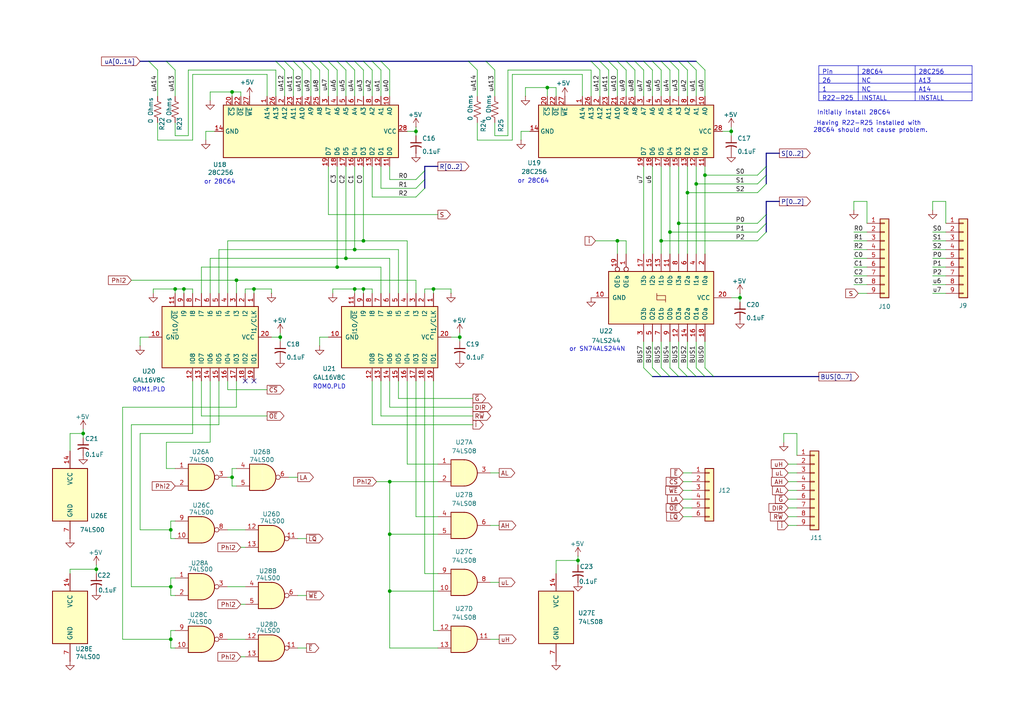
<source format=kicad_sch>
(kicad_sch (version 20250114) (generator "eeschema") (generator_version "9.0")
  (paper "A4")
  (title_block (title "MyCPU") (date "2025-06-23") (company "Sylvain Fortin"))
  (text "Initially install 28C64" (at 247.65 32.766 0) (effects (font (size 1.27 1.27))))
  (text "ROM0.PLD" (at 95.504 112.268 0) (effects (font (size 1.27 1.27))))
  (text "Having R22-R25 installed with \n28C64 should not cause problem." (at 252.476 36.83 0) (effects (font (size 1.27 1.27))))
  (text "ROM1.PLD" (at 43.18 113.1002 0) (effects (font (size 1.27 1.27))))
  (text "or 28C64" (at 63.754 52.832 0) (effects (font (size 1.27 1.27))))
  (text "or 28C64" (at 154.686 52.578 0) (effects (font (size 1.27 1.27))))
  (text "or SN74ALS244N" (at 173.228 101.346 0) (effects (font (size 1.27 1.27))))
  (junction (at 102.87 83.82))
  (junction (at 133.35 97.79))
  (junction (at 73.66 83.82))
  (junction (at 68.58 81.28))
  (junction (at 67.31 26.67))
  (junction (at 167.64 162.56))
  (junction (at 27.94 165.1))
  (junction (at 125.73 83.82))
  (junction (at 214.63 86.36))
  (junction (at 24.13 125.73))
  (junction (at 50.8 83.82))
  (junction (at 49.53 170.18))
  (junction (at 120.65 38.1))
  (junction (at 158.75 25.4))
  (junction (at 53.34 83.82))
  (junction (at 194.31 67.31))
  (junction (at 212.09 38.1))
  (junction (at 191.77 69.85))
  (junction (at 113.03 171.45))
  (junction (at 204.47 50.8))
  (junction (at 179.07 69.85))
  (junction (at 100.33 74.93))
  (junction (at 67.31 138.43))
  (junction (at 105.41 83.82))
  (junction (at 199.39 55.88))
  (junction (at 81.28 97.79))
  (junction (at 97.79 77.47))
  (junction (at 49.53 153.67))
  (junction (at 196.85 64.77))
  (junction (at 105.41 69.85))
  (junction (at 113.03 154.94))
  (junction (at 113.03 139.7))
  (junction (at 102.87 72.39))
  (junction (at 201.93 53.34))
  (junction (at 49.53 185.42))
  (no_connect (at 71.12 110.49))
  (no_connect (at 73.66 110.49))
  (bus_entry (at 204.47 106.68) (size 2.54 2.54))
  (bus_entry (at 48.26 17.78) (size 2.54 2.54))
  (bus_entry (at 140.97 17.78) (size 2.54 2.54))
  (bus_entry (at 173.99 17.78) (size 2.54 2.54))
  (bus_entry (at 186.69 17.78) (size 2.54 2.54))
  (bus_entry (at 196.85 17.78) (size 2.54 2.54))
  (bus_entry (at 219.71 64.77) (size 2.54 -2.54))
  (bus_entry (at 181.61 17.78) (size 2.54 2.54))
  (bus_entry (at 189.23 106.68) (size 2.54 2.54))
  (bus_entry (at 120.65 52.07) (size 2.54 -2.54))
  (bus_entry (at 110.49 17.78) (size 2.54 2.54))
  (bus_entry (at 199.39 106.68) (size 2.54 2.54))
  (bus_entry (at 219.71 53.34) (size 2.54 -2.54))
  (bus_entry (at 97.79 17.78) (size 2.54 2.54))
  (bus_entry (at 43.18 17.78) (size 2.54 2.54))
  (bus_entry (at 219.71 50.8) (size 2.54 -2.54))
  (bus_entry (at 189.23 17.78) (size 2.54 2.54))
  (bus_entry (at 135.89 17.78) (size 2.54 2.54))
  (bus_entry (at 107.95 17.78) (size 2.54 2.54))
  (bus_entry (at 201.93 17.78) (size 2.54 2.54))
  (bus_entry (at 191.77 17.78) (size 2.54 2.54))
  (bus_entry (at 219.71 69.85) (size 2.54 -2.54))
  (bus_entry (at 184.15 17.78) (size 2.54 2.54))
  (bus_entry (at 171.45 17.78) (size 2.54 2.54))
  (bus_entry (at 105.41 17.78) (size 2.54 2.54))
  (bus_entry (at 120.65 54.61) (size 2.54 -2.54))
  (bus_entry (at 201.93 106.68) (size 2.54 2.54))
  (bus_entry (at 82.55 17.78) (size 2.54 2.54))
  (bus_entry (at 176.53 17.78) (size 2.54 2.54))
  (bus_entry (at 186.69 106.68) (size 2.54 2.54))
  (bus_entry (at 87.63 17.78) (size 2.54 2.54))
  (bus_entry (at 120.65 57.15) (size 2.54 -2.54))
  (bus_entry (at 92.71 17.78) (size 2.54 2.54))
  (bus_entry (at 219.71 55.88) (size 2.54 -2.54))
  (bus_entry (at 102.87 17.78) (size 2.54 2.54))
  (bus_entry (at 194.31 106.68) (size 2.54 2.54))
  (bus_entry (at 199.39 17.78) (size 2.54 2.54))
  (bus_entry (at 191.77 106.68) (size 2.54 2.54))
  (bus_entry (at 196.85 106.68) (size 2.54 2.54))
  (bus_entry (at 100.33 17.78) (size 2.54 2.54))
  (bus_entry (at 179.07 17.78) (size 2.54 2.54))
  (bus_entry (at 219.71 67.31) (size 2.54 -2.54))
  (bus_entry (at 194.31 17.78) (size 2.54 2.54))
  (bus_entry (at 95.25 17.78) (size 2.54 2.54))
  (bus_entry (at 90.17 17.78) (size 2.54 2.54))
  (bus_entry (at 85.09 17.78) (size 2.54 2.54))
  (bus_entry (at 80.01 17.78) (size 2.54 2.54))
  (wire (pts (xy 184.15 20.32) (xy 184.15 27.94)))
  (wire (pts (xy 60.96 26.67) (xy 67.31 26.67)))
  (wire (pts (xy 120.65 81.28) (xy 120.65 85.09)))
  (wire (pts (xy 228.6 152.4) (xy 231.14 152.4)))
  (wire (pts (xy 158.75 25.4) (xy 161.29 25.4)))
  (wire (pts (xy 60.96 110.49) (xy 60.96 128.27)))
  (wire (pts (xy 63.5 72.39) (xy 63.5 85.09)))
  (wire (pts (xy 199.39 55.88) (xy 219.71 55.88)))
  (wire (pts (xy 66.04 113.03) (xy 77.47 113.03)))
  (wire (pts (xy 143.51 20.32) (xy 143.51 27.94)))
  (wire (pts (xy 227.33 128.27) (xy 227.33 125.73)))
  (wire (pts (xy 50.8 167.64) (xy 49.53 167.64)))
  (wire (pts (xy 45.72 40.64) (xy 55.88 40.64)))
  (wire (pts (xy 102.87 83.82) (xy 105.41 83.82)))
  (wire (pts (xy 204.47 50.8) (xy 219.71 50.8)))
  (wire (pts (xy 147.32 39.37) (xy 147.32 20.32)))
  (bus (pts (xy 191.77 17.78) (xy 189.23 17.78)))
  (wire (pts (xy 247.65 60.96) (xy 247.65 58.42)))
  (wire (pts (xy 248.92 85.09) (xy 251.46 85.09)))
  (wire (pts (xy 196.85 48.26) (xy 196.85 64.77)))
  (wire (pts (xy 59.69 38.1) (xy 62.23 38.1)))
  (wire (pts (xy 77.47 21.59) (xy 77.47 27.94)))
  (bus (pts (xy 140.97 17.78) (xy 171.45 17.78)))
  (wire (pts (xy 247.65 77.47) (xy 251.46 77.47)))
  (wire (pts (xy 102.87 83.82) (xy 102.87 85.09)))
  (wire (pts (xy 194.31 20.32) (xy 194.31 27.94)))
  (wire (pts (xy 212.09 36.83) (xy 212.09 38.1)))
  (wire (pts (xy 68.58 118.11) (xy 35.56 118.11)))
  (bus (pts (xy 85.09 17.78) (xy 82.55 17.78)))
  (wire (pts (xy 125.73 83.82) (xy 125.73 85.09)))
  (wire (pts (xy 171.45 20.32) (xy 171.45 27.94)))
  (bus (pts (xy 222.25 50.8) (xy 222.25 53.34)))
  (wire (pts (xy 196.85 64.77) (xy 196.85 73.66)))
  (wire (pts (xy 85.09 20.32) (xy 85.09 27.94)))
  (wire (pts (xy 167.64 161.29) (xy 167.64 162.56)))
  (wire (pts (xy 143.51 39.37) (xy 147.32 39.37)))
  (wire (pts (xy 97.79 77.47) (xy 58.42 77.47)))
  (wire (pts (xy 102.87 48.26) (xy 102.87 72.39)))
  (wire (pts (xy 58.42 120.65) (xy 77.47 120.65)))
  (wire (pts (xy 40.64 97.79) (xy 43.18 97.79)))
  (wire (pts (xy 68.58 135.89) (xy 67.31 135.89)))
  (wire (pts (xy 86.36 156.21) (xy 88.9 156.21)))
  (wire (pts (xy 198.12 147.32) (xy 200.66 147.32)))
  (wire (pts (xy 38.1 123.19) (xy 38.1 170.18)))
  (wire (pts (xy 105.41 20.32) (xy 105.41 27.94)))
  (wire (pts (xy 53.34 83.82) (xy 53.34 85.09)))
  (wire (pts (xy 24.13 124.46) (xy 24.13 125.73)))
  (bus (pts (xy 48.26 17.78) (xy 43.18 17.78)))
  (wire (pts (xy 270.51 77.47) (xy 274.32 77.47)))
  (wire (pts (xy 55.88 110.49) (xy 55.88 125.73)))
  (wire (pts (xy 67.31 26.67) (xy 69.85 26.67)))
  (wire (pts (xy 247.65 82.55) (xy 251.46 82.55)))
  (wire (pts (xy 66.04 185.42) (xy 71.12 185.42)))
  (wire (pts (xy 107.95 110.49) (xy 107.95 123.19)))
  (bus (pts (xy 207.01 109.22) (xy 237.49 109.22)))
  (bus (pts (xy 189.23 17.78) (xy 186.69 17.78)))
  (wire (pts (xy 66.04 153.67) (xy 71.12 153.67)))
  (wire (pts (xy 138.43 20.32) (xy 138.43 27.94)))
  (bus (pts (xy 194.31 17.78) (xy 191.77 17.78)))
  (wire (pts (xy 69.85 158.75) (xy 71.12 158.75)))
  (wire (pts (xy 227.33 125.73) (xy 231.14 125.73)))
  (wire (pts (xy 100.33 48.26) (xy 100.33 74.93)))
  (wire (pts (xy 48.26 128.27) (xy 48.26 135.89)))
  (bus (pts (xy 123.19 48.26) (xy 127 48.26)))
  (wire (pts (xy 270.51 80.01) (xy 274.32 80.01)))
  (wire (pts (xy 123.19 110.49) (xy 123.19 166.37)))
  (wire (pts (xy 38.1 170.18) (xy 49.53 170.18)))
  (wire (pts (xy 110.49 120.65) (xy 137.16 120.65)))
  (wire (pts (xy 113.03 74.93) (xy 113.03 85.09)))
  (wire (pts (xy 247.65 69.85) (xy 251.46 69.85)))
  (wire (pts (xy 113.03 48.26) (xy 113.03 52.07)))
  (bus (pts (xy 100.33 17.78) (xy 97.79 17.78)))
  (wire (pts (xy 50.8 20.32) (xy 50.8 27.94)))
  (wire (pts (xy 50.8 39.37) (xy 54.61 39.37)))
  (wire (pts (xy 186.69 20.32) (xy 186.69 27.94)))
  (wire (pts (xy 59.69 40.64) (xy 59.69 38.1)))
  (wire (pts (xy 35.56 185.42) (xy 49.53 185.42)))
  (wire (pts (xy 196.85 64.77) (xy 219.71 64.77)))
  (bus (pts (xy 179.07 17.78) (xy 176.53 17.78)))
  (wire (pts (xy 81.28 96.52) (xy 81.28 97.79)))
  (wire (pts (xy 120.65 38.1) (xy 120.65 39.37)))
  (wire (pts (xy 201.93 53.34) (xy 201.93 73.66)))
  (wire (pts (xy 55.88 21.59) (xy 77.47 21.59)))
  (wire (pts (xy 158.75 25.4) (xy 152.4 25.4)))
  (wire (pts (xy 130.81 97.79) (xy 133.35 97.79)))
  (wire (pts (xy 270.51 67.31) (xy 274.32 67.31)))
  (wire (pts (xy 49.53 187.96) (xy 50.8 187.96)))
  (wire (pts (xy 199.39 99.06) (xy 199.39 106.68)))
  (bus (pts (xy 48.26 17.78) (xy 80.01 17.78)))
  (wire (pts (xy 113.03 154.94) (xy 127 154.94)))
  (wire (pts (xy 68.58 81.28) (xy 68.58 85.09)))
  (wire (pts (xy 20.32 165.1) (xy 20.32 166.37)))
  (wire (pts (xy 55.88 40.64) (xy 55.88 21.59)))
  (wire (pts (xy 49.53 167.64) (xy 49.53 170.18)))
  (wire (pts (xy 204.47 20.32) (xy 204.47 27.94)))
  (bus (pts (xy 199.39 17.78) (xy 196.85 17.78)))
  (wire (pts (xy 214.63 85.09) (xy 214.63 86.36)))
  (wire (pts (xy 113.03 187.96) (xy 127 187.96)))
  (wire (pts (xy 125.73 182.88) (xy 127 182.88)))
  (wire (pts (xy 115.57 115.57) (xy 137.16 115.57)))
  (wire (pts (xy 109.22 139.7) (xy 113.03 139.7)))
  (wire (pts (xy 110.49 110.49) (xy 110.49 120.65)))
  (wire (pts (xy 120.65 36.83) (xy 120.65 38.1)))
  (wire (pts (xy 20.32 165.1) (xy 27.94 165.1)))
  (wire (pts (xy 148.59 40.64) (xy 148.59 21.59)))
  (wire (pts (xy 196.85 20.32) (xy 196.85 27.94)))
  (bus (pts (xy 201.93 109.22) (xy 204.47 109.22)))
  (bus (pts (xy 222.25 62.23) (xy 222.25 64.77)))
  (wire (pts (xy 105.41 69.85) (xy 66.04 69.85)))
  (wire (pts (xy 194.31 67.31) (xy 219.71 67.31)))
  (wire (pts (xy 123.19 85.09) (xy 123.19 83.82)))
  (wire (pts (xy 125.73 110.49) (xy 125.73 182.88)))
  (bus (pts (xy 186.69 17.78) (xy 184.15 17.78)))
  (wire (pts (xy 27.94 165.1) (xy 27.94 166.37)))
  (wire (pts (xy 90.17 20.32) (xy 90.17 27.94)))
  (bus (pts (xy 82.55 17.78) (xy 80.01 17.78)))
  (wire (pts (xy 127 62.23) (xy 95.25 62.23)))
  (wire (pts (xy 204.47 50.8) (xy 204.47 73.66)))
  (wire (pts (xy 73.66 83.82) (xy 73.66 85.09)))
  (wire (pts (xy 151.13 38.1) (xy 153.67 38.1)))
  (wire (pts (xy 100.33 74.93) (xy 113.03 74.93)))
  (wire (pts (xy 201.93 53.34) (xy 219.71 53.34)))
  (bus (pts (xy 189.23 109.22) (xy 191.77 109.22)))
  (wire (pts (xy 97.79 77.47) (xy 110.49 77.47)))
  (wire (pts (xy 201.93 20.32) (xy 201.93 27.94)))
  (wire (pts (xy 49.53 185.42) (xy 49.53 187.96)))
  (wire (pts (xy 69.85 190.5) (xy 71.12 190.5)))
  (wire (pts (xy 179.07 69.85) (xy 179.07 73.66)))
  (bus (pts (xy 90.17 17.78) (xy 87.63 17.78)))
  (wire (pts (xy 68.58 81.28) (xy 120.65 81.28)))
  (wire (pts (xy 100.33 74.93) (xy 60.96 74.93)))
  (wire (pts (xy 199.39 20.32) (xy 199.39 27.94)))
  (wire (pts (xy 191.77 48.26) (xy 191.77 69.85)))
  (bus (pts (xy 110.49 17.78) (xy 107.95 17.78)))
  (wire (pts (xy 110.49 20.32) (xy 110.49 27.94)))
  (wire (pts (xy 49.53 156.21) (xy 50.8 156.21)))
  (wire (pts (xy 67.31 26.67) (xy 67.31 27.94)))
  (wire (pts (xy 80.01 20.32) (xy 80.01 27.94)))
  (wire (pts (xy 86.36 187.96) (xy 88.9 187.96)))
  (wire (pts (xy 45.72 20.32) (xy 45.72 27.94)))
  (wire (pts (xy 107.95 48.26) (xy 107.95 57.15)))
  (wire (pts (xy 24.13 125.73) (xy 24.13 127)))
  (wire (pts (xy 95.25 20.32) (xy 95.25 27.94)))
  (wire (pts (xy 228.6 139.7) (xy 231.14 139.7)))
  (bus (pts (xy 201.93 17.78) (xy 199.39 17.78)))
  (bus (pts (xy 181.61 17.78) (xy 179.07 17.78)))
  (wire (pts (xy 209.55 38.1) (xy 212.09 38.1)))
  (wire (pts (xy 201.93 48.26) (xy 201.93 53.34)))
  (wire (pts (xy 96.52 85.09) (xy 96.52 83.82)))
  (wire (pts (xy 66.04 110.49) (xy 66.04 113.03)))
  (wire (pts (xy 50.8 35.56) (xy 50.8 39.37)))
  (wire (pts (xy 118.11 110.49) (xy 118.11 134.62)))
  (wire (pts (xy 138.43 40.64) (xy 148.59 40.64)))
  (wire (pts (xy 102.87 72.39) (xy 63.5 72.39)))
  (wire (pts (xy 115.57 72.39) (xy 115.57 85.09)))
  (wire (pts (xy 60.96 26.67) (xy 60.96 29.21)))
  (wire (pts (xy 198.12 144.78) (xy 200.66 144.78)))
  (bus (pts (xy 199.39 109.22) (xy 201.93 109.22)))
  (wire (pts (xy 196.85 99.06) (xy 196.85 106.68)))
  (bus (pts (xy 222.25 64.77) (xy 222.25 67.31)))
  (wire (pts (xy 147.32 20.32) (xy 171.45 20.32)))
  (wire (pts (xy 270.51 74.93) (xy 274.32 74.93)))
  (wire (pts (xy 198.12 137.16) (xy 200.66 137.16)))
  (wire (pts (xy 194.31 48.26) (xy 194.31 67.31)))
  (wire (pts (xy 198.12 139.7) (xy 200.66 139.7)))
  (wire (pts (xy 110.49 48.26) (xy 110.49 54.61)))
  (wire (pts (xy 270.51 60.96) (xy 270.51 58.42)))
  (wire (pts (xy 179.07 69.85) (xy 181.61 69.85)))
  (wire (pts (xy 107.95 123.19) (xy 137.16 123.19)))
  (wire (pts (xy 181.61 69.85) (xy 181.61 73.66)))
  (wire (pts (xy 191.77 99.06) (xy 191.77 106.68)))
  (wire (pts (xy 199.39 48.26) (xy 199.39 55.88)))
  (bus (pts (xy 196.85 17.78) (xy 194.31 17.78)))
  (wire (pts (xy 191.77 20.32) (xy 191.77 27.94)))
  (wire (pts (xy 113.03 139.7) (xy 127 139.7)))
  (wire (pts (xy 20.32 125.73) (xy 20.32 130.81)))
  (wire (pts (xy 247.65 58.42) (xy 251.46 58.42)))
  (wire (pts (xy 54.61 20.32) (xy 80.01 20.32)))
  (wire (pts (xy 49.53 182.88) (xy 49.53 185.42)))
  (wire (pts (xy 63.5 110.49) (xy 63.5 123.19)))
  (wire (pts (xy 49.53 170.18) (xy 49.53 172.72)))
  (wire (pts (xy 20.32 125.73) (xy 24.13 125.73)))
  (wire (pts (xy 137.16 118.11) (xy 113.03 118.11)))
  (wire (pts (xy 120.65 149.86) (xy 127 149.86)))
  (wire (pts (xy 69.85 26.67) (xy 69.85 27.94)))
  (bus (pts (xy 107.95 17.78) (xy 105.41 17.78)))
  (wire (pts (xy 251.46 58.42) (xy 251.46 64.77)))
  (wire (pts (xy 50.8 83.82) (xy 50.8 85.09)))
  (wire (pts (xy 71.12 85.09) (xy 71.12 83.82)))
  (wire (pts (xy 102.87 20.32) (xy 102.87 27.94)))
  (wire (pts (xy 40.64 100.33) (xy 40.64 97.79)))
  (bus (pts (xy 191.77 109.22) (xy 194.31 109.22)))
  (wire (pts (xy 231.14 125.73) (xy 231.14 132.08)))
  (wire (pts (xy 66.04 138.43) (xy 67.31 138.43)))
  (wire (pts (xy 113.03 52.07) (xy 120.65 52.07)))
  (wire (pts (xy 247.65 67.31) (xy 251.46 67.31)))
  (wire (pts (xy 67.31 135.89) (xy 67.31 138.43)))
  (wire (pts (xy 214.63 86.36) (xy 214.63 87.63)))
  (bus (pts (xy 222.25 48.26) (xy 222.25 50.8)))
  (wire (pts (xy 96.52 83.82) (xy 102.87 83.82)))
  (wire (pts (xy 189.23 20.32) (xy 189.23 27.94)))
  (wire (pts (xy 113.03 139.7) (xy 113.03 154.94)))
  (wire (pts (xy 152.4 25.4) (xy 152.4 27.94)))
  (wire (pts (xy 142.24 152.4) (xy 144.78 152.4)))
  (wire (pts (xy 191.77 69.85) (xy 191.77 73.66)))
  (wire (pts (xy 107.95 83.82) (xy 107.95 85.09)))
  (bus (pts (xy 97.79 17.78) (xy 95.25 17.78)))
  (wire (pts (xy 92.71 100.33) (xy 92.71 97.79)))
  (wire (pts (xy 120.65 110.49) (xy 120.65 149.86)))
  (wire (pts (xy 199.39 55.88) (xy 199.39 73.66)))
  (wire (pts (xy 228.6 149.86) (xy 231.14 149.86)))
  (wire (pts (xy 133.35 96.52) (xy 133.35 97.79)))
  (wire (pts (xy 87.63 20.32) (xy 87.63 27.94)))
  (bus (pts (xy 87.63 17.78) (xy 85.09 17.78)))
  (wire (pts (xy 186.69 99.06) (xy 186.69 106.68)))
  (wire (pts (xy 173.99 20.32) (xy 173.99 27.94)))
  (wire (pts (xy 105.41 83.82) (xy 105.41 85.09)))
  (wire (pts (xy 45.72 35.56) (xy 45.72 40.64)))
  (wire (pts (xy 212.09 86.36) (xy 214.63 86.36)))
  (wire (pts (xy 68.58 110.49) (xy 68.58 118.11)))
  (bus (pts (xy 123.19 52.07) (xy 123.19 54.61)))
  (wire (pts (xy 212.09 38.1) (xy 212.09 39.37)))
  (wire (pts (xy 228.6 147.32) (xy 231.14 147.32)))
  (wire (pts (xy 67.31 138.43) (xy 67.31 140.97)))
  (wire (pts (xy 54.61 39.37) (xy 54.61 20.32)))
  (wire (pts (xy 60.96 74.93) (xy 60.96 85.09)))
  (wire (pts (xy 201.93 99.06) (xy 201.93 106.68)))
  (wire (pts (xy 78.74 97.79) (xy 81.28 97.79)))
  (bus (pts (xy 95.25 17.78) (xy 92.71 17.78)))
  (wire (pts (xy 189.23 48.26) (xy 189.23 73.66)))
  (wire (pts (xy 49.53 153.67) (xy 49.53 156.21)))
  (wire (pts (xy 58.42 110.49) (xy 58.42 120.65)))
  (wire (pts (xy 92.71 20.32) (xy 92.71 27.94)))
  (wire (pts (xy 63.5 123.19) (xy 38.1 123.19)))
  (wire (pts (xy 82.55 20.32) (xy 82.55 27.94)))
  (wire (pts (xy 123.19 83.82) (xy 125.73 83.82)))
  (bus (pts (xy 176.53 17.78) (xy 173.99 17.78)))
  (bus (pts (xy 102.87 17.78) (xy 100.33 17.78)))
  (wire (pts (xy 49.53 172.72) (xy 50.8 172.72)))
  (wire (pts (xy 44.45 83.82) (xy 50.8 83.82)))
  (wire (pts (xy 228.6 137.16) (xy 231.14 137.16)))
  (wire (pts (xy 92.71 97.79) (xy 95.25 97.79)))
  (wire (pts (xy 113.03 118.11) (xy 113.03 110.49)))
  (bus (pts (xy 204.47 109.22) (xy 207.01 109.22)))
  (wire (pts (xy 55.88 83.82) (xy 55.88 85.09)))
  (wire (pts (xy 49.53 182.88) (xy 50.8 182.88)))
  (wire (pts (xy 198.12 149.86) (xy 200.66 149.86)))
  (wire (pts (xy 49.53 151.13) (xy 49.53 153.67)))
  (wire (pts (xy 118.11 38.1) (xy 120.65 38.1)))
  (wire (pts (xy 142.24 185.42) (xy 144.78 185.42)))
  (wire (pts (xy 113.03 171.45) (xy 127 171.45)))
  (wire (pts (xy 228.6 142.24) (xy 231.14 142.24)))
  (bus (pts (xy 92.71 17.78) (xy 90.17 17.78)))
  (wire (pts (xy 50.8 83.82) (xy 53.34 83.82)))
  (wire (pts (xy 53.34 83.82) (xy 55.88 83.82)))
  (wire (pts (xy 78.74 83.82) (xy 78.74 85.09)))
  (wire (pts (xy 123.19 166.37) (xy 127 166.37)))
  (wire (pts (xy 38.1 81.28) (xy 68.58 81.28)))
  (wire (pts (xy 115.57 110.49) (xy 115.57 115.57)))
  (wire (pts (xy 50.8 151.13) (xy 49.53 151.13)))
  (bus (pts (xy 173.99 17.78) (xy 171.45 17.78)))
  (bus (pts (xy 43.18 17.78) (xy 40.64 17.78)))
  (wire (pts (xy 66.04 170.18) (xy 71.12 170.18)))
  (wire (pts (xy 172.72 69.85) (xy 179.07 69.85)))
  (wire (pts (xy 67.31 140.97) (xy 68.58 140.97)))
  (wire (pts (xy 151.13 40.64) (xy 151.13 38.1)))
  (wire (pts (xy 270.51 85.09) (xy 274.32 85.09)))
  (wire (pts (xy 113.03 20.32) (xy 113.03 27.94)))
  (wire (pts (xy 81.28 97.79) (xy 81.28 99.06)))
  (bus (pts (xy 123.19 49.53) (xy 123.19 52.07)))
  (wire (pts (xy 148.59 21.59) (xy 168.91 21.59)))
  (wire (pts (xy 143.51 35.56) (xy 143.51 39.37)))
  (wire (pts (xy 198.12 142.24) (xy 200.66 142.24)))
  (wire (pts (xy 176.53 20.32) (xy 176.53 27.94)))
  (wire (pts (xy 73.66 83.82) (xy 78.74 83.82)))
  (wire (pts (xy 110.49 54.61) (xy 120.65 54.61)))
  (wire (pts (xy 97.79 20.32) (xy 97.79 27.94)))
  (wire (pts (xy 107.95 20.32) (xy 107.95 27.94)))
  (wire (pts (xy 204.47 99.06) (xy 204.47 106.68)))
  (wire (pts (xy 167.64 162.56) (xy 167.64 163.83)))
  (wire (pts (xy 102.87 72.39) (xy 115.57 72.39)))
  (wire (pts (xy 247.65 72.39) (xy 251.46 72.39)))
  (wire (pts (xy 194.31 99.06) (xy 194.31 106.68)))
  (bus (pts (xy 222.25 44.45) (xy 226.06 44.45)))
  (wire (pts (xy 118.11 69.85) (xy 105.41 69.85)))
  (wire (pts (xy 58.42 77.47) (xy 58.42 85.09)))
  (bus (pts (xy 222.25 58.42) (xy 226.06 58.42)))
  (wire (pts (xy 105.41 83.82) (xy 107.95 83.82)))
  (wire (pts (xy 133.35 97.79) (xy 133.35 99.06)))
  (bus (pts (xy 135.89 17.78) (xy 110.49 17.78)))
  (bus (pts (xy 123.19 48.26) (xy 123.19 49.53)))
  (wire (pts (xy 161.29 166.37) (xy 161.29 162.56)))
  (wire (pts (xy 113.03 171.45) (xy 113.03 187.96)))
  (bus (pts (xy 105.41 17.78) (xy 102.87 17.78)))
  (wire (pts (xy 40.64 153.67) (xy 49.53 153.67)))
  (wire (pts (xy 142.24 168.91) (xy 144.78 168.91)))
  (wire (pts (xy 95.25 62.23) (xy 95.25 48.26)))
  (wire (pts (xy 270.51 82.55) (xy 274.32 82.55)))
  (wire (pts (xy 158.75 25.4) (xy 158.75 27.94)))
  (wire (pts (xy 55.88 125.73) (xy 40.64 125.73)))
  (wire (pts (xy 130.81 83.82) (xy 130.81 85.09)))
  (wire (pts (xy 97.79 48.26) (xy 97.79 77.47)))
  (wire (pts (xy 113.03 154.94) (xy 113.03 171.45)))
  (wire (pts (xy 118.11 134.62) (xy 127 134.62)))
  (wire (pts (xy 270.51 69.85) (xy 274.32 69.85)))
  (wire (pts (xy 40.64 125.73) (xy 40.64 153.67)))
  (wire (pts (xy 191.77 69.85) (xy 219.71 69.85)))
  (wire (pts (xy 181.61 20.32) (xy 181.61 27.94)))
  (wire (pts (xy 228.6 134.62) (xy 231.14 134.62)))
  (wire (pts (xy 179.07 20.32) (xy 179.07 27.94)))
  (wire (pts (xy 168.91 21.59) (xy 168.91 27.94)))
  (wire (pts (xy 161.29 25.4) (xy 161.29 27.94)))
  (wire (pts (xy 189.23 99.06) (xy 189.23 106.68)))
  (wire (pts (xy 274.32 58.42) (xy 274.32 64.77)))
  (bus (pts (xy 135.89 17.78) (xy 140.97 17.78)))
  (bus (pts (xy 222.25 58.42) (xy 222.25 62.23)))
  (bus (pts (xy 196.85 109.22) (xy 199.39 109.22)))
  (wire (pts (xy 186.69 48.26) (xy 186.69 73.66)))
  (wire (pts (xy 194.31 67.31) (xy 194.31 73.66)))
  (wire (pts (xy 27.94 163.83) (xy 27.94 165.1)))
  (wire (pts (xy 86.36 172.72) (xy 88.9 172.72)))
  (bus (pts (xy 184.15 17.78) (xy 181.61 17.78)))
  (wire (pts (xy 83.82 138.43) (xy 86.36 138.43)))
  (bus (pts (xy 222.25 44.45) (xy 222.25 48.26)))
  (wire (pts (xy 100.33 20.32) (xy 100.33 27.94)))
  (wire (pts (xy 270.51 58.42) (xy 274.32 58.42)))
  (wire (pts (xy 118.11 85.09) (xy 118.11 69.85)))
  (wire (pts (xy 125.73 83.82) (xy 130.81 83.82)))
  (wire (pts (xy 60.96 128.27) (xy 48.26 128.27)))
  (wire (pts (xy 35.56 118.11) (xy 35.56 185.42)))
  (wire (pts (xy 228.6 144.78) (xy 231.14 144.78)))
  (wire (pts (xy 66.04 69.85) (xy 66.04 85.09)))
  (wire (pts (xy 204.47 48.26) (xy 204.47 50.8)))
  (wire (pts (xy 142.24 137.16) (xy 144.78 137.16)))
  (wire (pts (xy 110.49 77.47) (xy 110.49 85.09)))
  (wire (pts (xy 105.41 48.26) (xy 105.41 69.85)))
  (wire (pts (xy 69.85 175.26) (xy 71.12 175.26)))
  (wire (pts (xy 270.51 72.39) (xy 274.32 72.39)))
  (wire (pts (xy 71.12 83.82) (xy 73.66 83.82)))
  (bus (pts (xy 194.31 109.22) (xy 196.85 109.22)))
  (wire (pts (xy 247.65 74.93) (xy 251.46 74.93)))
  (wire (pts (xy 44.45 85.09) (xy 44.45 83.82)))
  (wire (pts (xy 107.95 57.15) (xy 120.65 57.15)))
  (wire (pts (xy 247.65 80.01) (xy 251.46 80.01)))
  (wire (pts (xy 138.43 35.56) (xy 138.43 40.64)))
  (wire (pts (xy 161.29 162.56) (xy 167.64 162.56)))
  (wire (pts (xy 48.26 135.89) (xy 50.8 135.89)))
  (table (column_count 3) (border (external yes) (header yes)) (separators (rows yes) (cols yes)) (column_widths 11.43 16.51 16.51) (row_heights 2.54 2.54 2.54 2.54) (cells (table_cell "Pin" (at 237.49 19.05 0) (size 11.43 2.54) (margins 0.9525 0.9525 0.9525 0.9525) (span 1 1)) (table_cell "28C64" (at 248.92 19.05 0) (size 16.51 2.54) (margins 0.9525 0.9525 0.9525 0.9525) (span 1 1)) (table_cell "28C256" (at 265.43 19.05 0) (size 16.51 2.54) (margins 0.9525 0.9525 0.9525 0.9525) (span 1 1)) (table_cell "26" (at 237.49 21.59 0) (size 11.43 2.54) (margins 0.9525 0.9525 0.9525 0.9525) (span 1 1)) (table_cell "NC" (at 248.92 21.59 0) (size 16.51 2.54) (margins 0.9525 0.9525 0.9525 0.9525) (span 1 1)) (table_cell "A13" (at 265.43 21.59 0) (size 16.51 2.54) (margins 0.9525 0.9525 0.9525 0.9525) (span 1 1)) (table_cell "1" (at 237.49 24.13 0) (size 11.43 2.54) (margins 0.9525 0.9525 0.9525 0.9525) (span 1 1)) (table_cell "NC" (at 248.92 24.13 0) (size 16.51 2.54) (margins 0.9525 0.9525 0.9525 0.9525) (span 1 1)) (table_cell "A14" (at 265.43 24.13 0) (size 16.51 2.54) (margins 0.9525 0.9525 0.9525 0.9525) (span 1 1)) (table_cell "R22-R25" (at 237.49 26.67 0) (size 11.43 2.54) (margins 0.9525 0.9525 0.9525 0.9525) (span 1 1)) (table_cell "INSTALL" (at 248.92 26.67 0) (size 16.51 2.54) (margins 0.9525 0.9525 0.9525 0.9525) (span 1 1)) (table_cell "INSTALL" (at 265.43 26.67 0) (size 16.51 2.54) (margins 0.9525 0.9525 0.9525 0.9525) (span 1 1))))
  (label "uA12" (at 173.99 26.6205 90))
  (label "uA9" (at 181.61 26.67 90))
  (label "uA7" (at 95.25 26.4697 90))
  (label "uA8" (at 184.15 26.67 90))
  (label "BUS4" (at 194.31 105.41 90))
  (label "uA10" (at 87.63 26.67 90))
  (label "S0" (at 270.51 67.31 0))
  (label "C3" (at 97.79 53.266 90))
  (label "C3" (at 247.65 82.55 0))
  (label "uA2" (at 107.95 26.67 90))
  (label "uA7" (at 186.69 26.67 90))
  (label "P0" (at 213.36 64.77 0))
  (label "BUS0" (at 204.47 105.41 90))
  (label "uA11" (at 176.53 26.6573 90))
  (label "C1" (at 102.87 53.34 90))
  (label "BUS2" (at 199.39 105.41 90))
  (label "BUS1" (at 201.93 105.41 90))
  (label "uA3" (at 196.85 26.6205 90))
  (label "uA1" (at 201.93 26.67 90))
  (label "BUS7" (at 186.69 105.41 90))
  (label "S1" (at 213.36 53.34 0))
  (label "uA2" (at 199.39 26.67 90))
  (label "uA14" (at 45.72 26.67 90))
  (label "C2" (at 100.33 53.34 90))
  (label "uA14" (at 138.43 26.5197 90))
  (label "C2" (at 247.65 80.01 0))
  (label "BUS5" (at 191.77 105.467 90))
  (label "uA13" (at 143.51 26.67 90))
  (label "C0" (at 247.65 74.93 0))
  (label "uA8" (at 92.71 26.67 90))
  (label "uA11" (at 85.09 26.67 90))
  (label "uA9" (at 90.17 26.67 90))
  (label "R0" (at 115.57 52.07 0))
  (label "u6" (at 270.51 82.55 0))
  (label "R0" (at 247.65 67.31 0))
  (label "u6" (at 189.23 53.34 90))
  (label "S2" (at 213.36 55.88 0))
  (label "P1" (at 270.51 77.47 0))
  (label "R2" (at 247.65 72.39 0))
  (label "R1" (at 247.65 69.85 0))
  (label "uA4" (at 102.87 26.67 90))
  (label "P2" (at 213.36 69.85 0))
  (label "S2" (at 270.51 72.39 0))
  (label "uA5" (at 100.33 26.6535 90))
  (label "uA12" (at 82.55 26.5964 90))
  (label "R1" (at 115.57 54.61 0))
  (label "uA6" (at 189.23 26.67 90))
  (label "uA6" (at 97.79 26.6167 90))
  (label "u7" (at 186.69 53.34 90))
  (label "S0" (at 213.36 50.8 0))
  (label "C1" (at 247.65 77.47 0))
  (label "uA0" (at 113.03 26.67 90))
  (label "uA10" (at 179.07 26.6573 90))
  (label "P0" (at 270.51 74.93 0))
  (label "u7" (at 270.51 85.09 0))
  (label "BUS6" (at 189.23 105.41 90))
  (label "P2" (at 270.51 80.01 0))
  (label "uA13" (at 50.8 26.67 90))
  (label "uA1" (at 110.49 26.67 90))
  (label "uA4" (at 194.31 26.6205 90))
  (label "uA3" (at 105.41 26.67 90))
  (label "BUS3" (at 196.85 105.41 90))
  (label "S1" (at 270.51 69.85 0))
  (label "uA0" (at 204.47 26.67 90))
  (label "uA5" (at 191.77 26.5837 90))
  (label "P1" (at 213.36 67.31 0))
  (label "C0" (at 105.41 53.34 90))
  (label "R2" (at 115.57 57.15 0))
  (global_label "Phi2" (shape input) (at 69.85 190.5 180) (property "Intersheetrefs" "${INTERSHEET_REFS}" (effects (hide yes))))
  (global_label "Phi2" (shape input) (at 69.85 175.26 180) (property "Intersheetrefs" "${INTERSHEET_REFS}" (effects (hide yes))))
  (global_label "LA" (shape input) (at 198.12 144.78 180) (property "Intersheetrefs" "${INTERSHEET_REFS}" (effects (hide yes))))
  (global_label "Phi2" (shape input) (at 69.85 158.75 180) (property "Intersheetrefs" "${INTERSHEET_REFS}" (effects (hide yes))))
  (global_label "~{I}" (shape input) (at 172.72 69.85 180) (property "Intersheetrefs" "${INTERSHEET_REFS}" (effects (hide yes))))
  (global_label "AH" (shape input) (at 228.6 139.7 180) (property "Intersheetrefs" "${INTERSHEET_REFS}" (effects (hide yes))))
  (global_label "Phi2" (shape input) (at 50.8 140.97 180) (property "Intersheetrefs" "${INTERSHEET_REFS}" (effects (hide yes))))
  (global_label "~{LQ}" (shape output) (at 88.9 156.21 0) (property "Intersheetrefs" "${INTERSHEET_REFS}" (effects (hide yes))))
  (global_label "DIR" (shape output) (at 137.16 118.11 0) (property "Intersheetrefs" "${INTERSHEET_REFS}" (effects (hide yes))))
  (global_label "R[0..2]" (shape output) (at 127 48.26 0) (property "Intersheetrefs" "${INTERSHEET_REFS}" (effects (hide yes))))
  (global_label "~{E}" (shape output) (at 88.9 187.96 0) (property "Intersheetrefs" "${INTERSHEET_REFS}" (effects (hide yes))))
  (global_label "uH" (shape input) (at 228.6 134.62 180) (property "Intersheetrefs" "${INTERSHEET_REFS}" (effects (hide yes))))
  (global_label "uL" (shape input) (at 228.6 137.16 180) (property "Intersheetrefs" "${INTERSHEET_REFS}" (effects (hide yes))))
  (global_label "P[0..2]" (shape output) (at 226.06 58.42 0) (property "Intersheetrefs" "${INTERSHEET_REFS}" (effects (hide yes))))
  (global_label "S" (shape output) (at 127 62.23 0) (property "Intersheetrefs" "${INTERSHEET_REFS}" (effects (hide yes))))
  (global_label "S[0..2]" (shape output) (at 226.06 44.45 0) (property "Intersheetrefs" "${INTERSHEET_REFS}" (effects (hide yes))))
  (global_label "~{WE}" (shape input) (at 198.12 142.24 180) (property "Intersheetrefs" "${INTERSHEET_REFS}" (effects (hide yes))))
  (global_label "Phi2" (shape input) (at 38.1 81.28 180) (property "Intersheetrefs" "${INTERSHEET_REFS}" (effects (hide yes))))
  (global_label "~{OE}" (shape output) (at 77.47 120.65 0) (property "Intersheetrefs" "${INTERSHEET_REFS}" (effects (hide yes))))
  (global_label "uA[0..14]" (shape input) (at 40.64 17.78 180) (property "Intersheetrefs" "${INTERSHEET_REFS}" (effects (hide yes))))
  (global_label "~{CS}" (shape output) (at 77.47 113.03 0) (property "Intersheetrefs" "${INTERSHEET_REFS}" (effects (hide yes))))
  (global_label "~{E}" (shape input) (at 198.12 137.16 180) (property "Intersheetrefs" "${INTERSHEET_REFS}" (effects (hide yes))))
  (global_label "~{G}" (shape input) (at 228.6 144.78 180) (property "Intersheetrefs" "${INTERSHEET_REFS}" (effects (hide yes))))
  (global_label "~{I}" (shape output) (at 137.16 123.19 0) (property "Intersheetrefs" "${INTERSHEET_REFS}" (effects (hide yes))))
  (global_label "DIR" (shape input) (at 228.6 147.32 180) (property "Intersheetrefs" "${INTERSHEET_REFS}" (effects (hide yes))))
  (global_label "BUS[0..7]" (shape output) (at 237.49 109.22 0) (property "Intersheetrefs" "${INTERSHEET_REFS}" (effects (hide yes))))
  (global_label "~{WE}" (shape output) (at 88.9 172.72 0) (property "Intersheetrefs" "${INTERSHEET_REFS}" (effects (hide yes))))
  (global_label "~{OE}" (shape input) (at 198.12 147.32 180) (property "Intersheetrefs" "${INTERSHEET_REFS}" (effects (hide yes))))
  (global_label "~{CS}" (shape input) (at 198.12 139.7 180) (property "Intersheetrefs" "${INTERSHEET_REFS}" (effects (hide yes))))
  (global_label "AL" (shape output) (at 144.78 137.16 0) (property "Intersheetrefs" "${INTERSHEET_REFS}" (effects (hide yes))))
  (global_label "~{LQ}" (shape input) (at 198.12 149.86 180) (property "Intersheetrefs" "${INTERSHEET_REFS}" (effects (hide yes))))
  (global_label "R~{W}" (shape output) (at 137.16 120.65 0) (property "Intersheetrefs" "${INTERSHEET_REFS}" (effects (hide yes))))
  (global_label "~{I}" (shape input) (at 228.6 152.4 180) (property "Intersheetrefs" "${INTERSHEET_REFS}" (effects (hide yes))))
  (global_label "AH" (shape output) (at 144.78 152.4 0) (property "Intersheetrefs" "${INTERSHEET_REFS}" (effects (hide yes))))
  (global_label "S" (shape input) (at 248.92 85.09 180) (property "Intersheetrefs" "${INTERSHEET_REFS}" (effects (hide yes))))
  (global_label "R~{W}" (shape input) (at 228.6 149.86 180) (property "Intersheetrefs" "${INTERSHEET_REFS}" (effects (hide yes))))
  (global_label "~{G}" (shape output) (at 137.16 115.57 0) (property "Intersheetrefs" "${INTERSHEET_REFS}" (effects (hide yes))))
  (global_label "Phi2" (shape input) (at 109.22 139.7 180) (property "Intersheetrefs" "${INTERSHEET_REFS}" (effects (hide yes))))
  (global_label "AL" (shape input) (at 228.6 142.24 180) (property "Intersheetrefs" "${INTERSHEET_REFS}" (effects (hide yes))))
  (global_label "LA" (shape output) (at 86.36 138.43 0) (property "Intersheetrefs" "${INTERSHEET_REFS}" (effects (hide yes))))
  (global_label "uL" (shape output) (at 144.78 168.91 0) (property "Intersheetrefs" "${INTERSHEET_REFS}" (effects (hide yes))))
  (global_label "uH" (shape output) (at 144.78 185.42 0) (property "Intersheetrefs" "${INTERSHEET_REFS}" (effects (hide yes))))
  (symbol (lib_id "Connector_Generic:Conn_01x09") (at 236.22 142.24 0) (unit 1)
    (property "Reference" "J11" (at 234.95 155.956 0) (effects (justify left)))
    (property "Value" "Conn_01x09" (effects (hide yes)))
    (property "Footprint" "Connector_PinHeader_2.54mm:PinHeader_1x09_P2.54mm_Vertical" (effects (hide yes)))
    (property "Description" "Generic connector, single row, 01x09, script generated (kicad-library-utils/schlib/autogen/connector/)" (effects (hide yes)))
  )
  (symbol (lib_id "Device:R_US") (at 50.8 31.75 0) (unit 1)
    (property "Reference" "R23" (at 52.07 37.846 90) (effects (justify left)))
    (property "Value" "0 Ohms" (at 49.022 35.814 90) (effects (justify left)))
    (property "Footprint" "Resistor_SMD:R_0603_1608Metric_Pad0.98x0.95mm_HandSolder" (effects (hide yes)))
    (property "Description" "Resistor, US symbol" (effects (hide yes)))
  )
  (symbol (lib_id "power:GND") (at 96.52 85.09 0) (unit 1)
    (property "Reference" "#PWR0192" (effects (hide yes)))
    (property "Value" "GND" (effects (hide yes)))
    (property "Description" "Power symbol creates a global label with name \"GND\" , ground" (effects (hide yes)))
  )
  (symbol (lib_id "Device:C_Small_US") (at 81.28 101.6 0) (unit 1)
    (property "Reference" "C18" (at 83.058 99.822 0) (effects (justify left)))
    (property "Value" "0.1uF" (at 83.058 103.632 0) (effects (justify left)))
    (property "Footprint" "Capacitor_THT:C_Disc_D6.0mm_W2.5mm_P5.00mm" (effects (hide yes)))
    (property "Description" "capacitor, small US symbol" (effects (hide yes)))
  )
  (symbol (lib_id "Connector_Generic:Conn_01x06") (at 205.74 142.24 0) (unit 1)
    (property "Reference" "J12" (at 208.28 142.2399 0) (effects (justify left)))
    (property "Value" "Conn_01x06" (effects (hide yes)))
    (property "Footprint" "Connector_PinHeader_2.54mm:PinHeader_1x06_P2.54mm_Vertical" (effects (hide yes)))
    (property "Description" "Generic connector, single row, 01x06, script generated (kicad-library-utils/schlib/autogen/connector/)" (effects (hide yes)))
  )
  (symbol (lib_id "power:+5V") (at 167.64 161.29 0) (unit 1)
    (property "Reference" "#PWR086" (effects (hide yes)))
    (property "Value" "+5V" (at 167.386 157.734 0))
    (property "Description" "Power symbol creates a global label with name \"+5V\"" (effects (hide yes)))
  )
  (symbol (lib_id "power:GND") (at 81.28 104.14 0) (unit 1)
    (property "Reference" "#PWR0121" (effects (hide yes)))
    (property "Value" "GND" (effects (hide yes)))
    (property "Description" "Power symbol creates a global label with name \"GND\" , ground" (effects (hide yes)))
  )
  (symbol (lib_id "Device:R_US") (at 143.51 31.75 0) (unit 1)
    (property "Reference" "R25" (at 145.288 38.354 90) (effects (justify left)))
    (property "Value" "0 Ohms" (at 141.732 35.052 90) (effects (justify left)))
    (property "Footprint" "Resistor_SMD:R_0603_1608Metric_Pad0.98x0.95mm_HandSolder" (effects (hide yes)))
    (property "Description" "Resistor, US symbol" (effects (hide yes)))
  )
  (symbol (lib_id "Memory_EEPROM:28C256") (at 181.61 38.1 270) (unit 1)
    (property "Reference" "U19" (at 154.94 47.244 90))
    (property "Value" "28C256" (at 154.94 49.784 90))
    (property "Footprint" "Package_DIP:DIP-28_W15.24mm_Socket_LongPads" (effects (hide yes)))
    (property "Datasheet" "http://ww1.microchip.com/downloads/en/DeviceDoc/doc0006.pdf" (effects (hide yes)))
    (property "Description" "Paged Parallel EEPROM 256Kb (32K x 8), DIP-28/SOIC-28" (effects (hide yes)))
  )
  (symbol (lib_id "power:GND") (at 214.63 92.71 0) (unit 1)
    (property "Reference" "#PWR0122" (effects (hide yes)))
    (property "Value" "GND" (effects (hide yes)))
    (property "Description" "Power symbol creates a global label with name \"GND\" , ground" (effects (hide yes)))
  )
  (symbol (lib_id "power:GND") (at 152.4 27.94 0) (unit 1)
    (property "Reference" "#PWR046" (effects (hide yes)))
    (property "Value" "GND" (effects (hide yes)))
    (property "Description" "Power symbol creates a global label with name \"GND\" , ground" (effects (hide yes)))
  )
  (symbol (lib_id "Device:C_Small_US") (at 120.65 41.91 0) (unit 1)
    (property "Reference" "C16" (at 122.428 40.132 0) (effects (justify left)))
    (property "Value" "0.1uF" (at 122.428 43.942 0) (effects (justify left)))
    (property "Footprint" "Capacitor_THT:C_Disc_D6.0mm_W2.5mm_P5.00mm" (effects (hide yes)))
    (property "Description" "capacitor, small US symbol" (effects (hide yes)))
  )
  (symbol (lib_id "power:+5V") (at 120.65 36.83 0) (unit 1)
    (property "Reference" "#PWR0118" (effects (hide yes)))
    (property "Value" "+5V" (at 120.396 33.274 0))
    (property "Description" "Power symbol creates a global label with name \"+5V\"" (effects (hide yes)))
  )
  (symbol (lib_id "Logic_Programmable:GAL16V8") (at 60.96 97.79 270) (unit 1)
    (property "Reference" "U20" (at 43.18 107.696 90))
    (property "Value" "GAL16V8C" (at 43.18 110.236 90))
    (property "Footprint" "Package_DIP:DIP-20_W7.62mm_Socket_LongPads" (effects (hide yes)))
    (property "Description" "Programmable Logic Array, DIP-20/SOIC-20/PLCC-20" (effects (hide yes)))
  )
  (symbol (lib_id "power:GND") (at 227.33 128.27 0) (unit 1)
    (property "Reference" "#PWR0145" (effects (hide yes)))
    (property "Value" "GND" (effects (hide yes)))
    (property "Description" "Power symbol creates a global label with name \"GND\" , ground" (effects (hide yes)))
  )
  (symbol (lib_id "74xx:74LS00") (at 58.42 153.67 0) (unit 3)
    (property "Reference" "U26" (at 58.42 146.558 0))
    (property "Value" "74LS00" (at 58.42 148.59 0))
    (property "Footprint" "Package_DIP:DIP-14_W7.62mm_Socket_LongPads" (effects (hide yes)))
    (property "Datasheet" "http://www.ti.com/lit/gpn/sn74ls00" (effects (hide yes)))
    (property "Description" "quad 2-input NAND gate" (effects (hide yes)))
  )
  (symbol (lib_id "power:GND") (at 161.29 191.77 0) (unit 1)
    (property "Reference" "#PWR085" (effects (hide yes)))
    (property "Value" "GND" (effects (hide yes)))
    (property "Description" "Power symbol creates a global label with name \"GND\" , ground" (effects (hide yes)))
  )
  (symbol (lib_id "power:GND") (at 130.81 85.09 0) (unit 1)
    (property "Reference" "#PWR0193" (effects (hide yes)))
    (property "Value" "GND" (effects (hide yes)))
    (property "Description" "Power symbol creates a global label with name \"GND\" , ground" (effects (hide yes)))
  )
  (symbol (lib_id "power:GND") (at 44.45 85.09 0) (unit 1)
    (property "Reference" "#PWR0190" (effects (hide yes)))
    (property "Value" "GND" (effects (hide yes)))
    (property "Description" "Power symbol creates a global label with name \"GND\" , ground" (effects (hide yes)))
  )
  (symbol (lib_id "power:+5V") (at 72.39 27.94 0) (unit 1)
    (property "Reference" "#PWR044" (effects (hide yes)))
    (property "Value" "+5V" (at 71.628 23.876 0))
    (property "Description" "Power symbol creates a global label with name \"+5V\"" (effects (hide yes)))
  )
  (symbol (lib_id "Device:C_Small_US") (at 24.13 129.54 0) (unit 1)
    (property "Reference" "C21" (at 24.638 127.254 0) (effects (justify left)))
    (property "Value" "0.1uF" (at 24.638 131.826 0) (effects (justify left)))
    (property "Footprint" "Capacitor_THT:C_Disc_D6.0mm_W2.5mm_P5.00mm" (effects (hide yes)))
    (property "Description" "capacitor, small US symbol" (effects (hide yes)))
  )
  (symbol (lib_id "Device:R_US") (at 138.43 31.75 0) (unit 1)
    (property "Reference" "R24" (at 140.208 38.354 90) (effects (justify left)))
    (property "Value" "0 Ohms" (at 136.398 35.052 90) (effects (justify left)))
    (property "Footprint" "Resistor_SMD:R_0603_1608Metric_Pad0.98x0.95mm_HandSolder" (effects (hide yes)))
    (property "Description" "Resistor, US symbol" (effects (hide yes)))
  )
  (symbol (lib_id "power:+5V") (at 163.83 27.94 0) (unit 1)
    (property "Reference" "#PWR045" (effects (hide yes)))
    (property "Value" "+5V" (at 163.322 24.13 0))
    (property "Description" "Power symbol creates a global label with name \"+5V\"" (effects (hide yes)))
  )
  (symbol (lib_id "power:+5V") (at 27.94 163.83 0) (unit 1)
    (property "Reference" "#PWR094" (effects (hide yes)))
    (property "Value" "+5V" (at 27.686 160.274 0))
    (property "Description" "Power symbol creates a global label with name \"+5V\"" (effects (hide yes)))
  )
  (symbol (lib_id "74xx:74LS00") (at 58.42 170.18 0) (unit 1)
    (property "Reference" "U28" (at 57.912 163.322 0))
    (property "Value" "74LS00" (at 58.166 165.1 0))
    (property "Footprint" "Package_DIP:DIP-14_W7.62mm_Socket_LongPads" (effects (hide yes)))
    (property "Datasheet" "http://www.ti.com/lit/gpn/sn74ls00" (effects (hide yes)))
    (property "Description" "quad 2-input NAND gate" (effects (hide yes)))
  )
  (symbol (lib_id "power:GND") (at 20.32 156.21 0) (unit 1)
    (property "Reference" "#PWR088" (effects (hide yes)))
    (property "Value" "GND" (effects (hide yes)))
    (property "Description" "Power symbol creates a global label with name \"GND\" , ground" (effects (hide yes)))
  )
  (symbol (lib_id "power:GND") (at 133.35 104.14 0) (unit 1)
    (property "Reference" "#PWR077" (effects (hide yes)))
    (property "Value" "GND" (effects (hide yes)))
    (property "Description" "Power symbol creates a global label with name \"GND\" , ground" (effects (hide yes)))
  )
  (symbol (lib_id "power:GND") (at 24.13 132.08 0) (unit 1)
    (property "Reference" "#PWR0123" (effects (hide yes)))
    (property "Value" "GND" (effects (hide yes)))
    (property "Description" "Power symbol creates a global label with name \"GND\" , ground" (effects (hide yes)))
  )
  (symbol (lib_id "power:GND") (at 27.94 171.45 0) (unit 1)
    (property "Reference" "#PWR0124" (effects (hide yes)))
    (property "Value" "GND" (effects (hide yes)))
    (property "Description" "Power symbol creates a global label with name \"GND\" , ground" (effects (hide yes)))
  )
  (symbol (lib_id "power:GND") (at 270.51 60.96 0) (unit 1)
    (property "Reference" "#PWR081" (effects (hide yes)))
    (property "Value" "GND" (effects (hide yes)))
    (property "Description" "Power symbol creates a global label with name \"GND\" , ground" (effects (hide yes)))
  )
  (symbol (lib_id "power:GND") (at 247.65 60.96 0) (unit 1)
    (property "Reference" "#PWR0143" (effects (hide yes)))
    (property "Value" "GND" (effects (hide yes)))
    (property "Description" "Power symbol creates a global label with name \"GND\" , ground" (effects (hide yes)))
  )
  (symbol (lib_id "power:GND") (at 171.45 86.36 0) (unit 1)
    (property "Reference" "#PWR049" (effects (hide yes)))
    (property "Value" "GND" (effects (hide yes)))
    (property "Description" "Power symbol creates a global label with name \"GND\" , ground" (effects (hide yes)))
  )
  (symbol (lib_id "74xx:74LS08") (at 161.29 179.07 0) (unit 5)
    (property "Reference" "U27" (at 167.64 177.7999 0) (effects (justify left)))
    (property "Value" "74LS08" (at 167.64 180.3399 0) (effects (justify left)))
    (property "Footprint" "Package_DIP:DIP-14_W7.62mm_Socket_LongPads" (effects (hide yes)))
    (property "Datasheet" "http://www.ti.com/lit/gpn/sn74LS08" (effects (hide yes)))
    (property "Description" "Quad And2" (effects (hide yes)))
  )
  (symbol (lib_id "Logic_Programmable:GAL16V8") (at 113.03 97.79 270) (unit 1)
    (property "Reference" "U21" (at 95.504 106.934 90))
    (property "Value" "GAL16V8C" (at 95.504 109.474 90))
    (property "Footprint" "Package_DIP:DIP-20_W7.62mm_Socket_LongPads" (effects (hide yes)))
    (property "Description" "Programmable Logic Array, DIP-20/SOIC-20/PLCC-20" (effects (hide yes)))
  )
  (symbol (lib_id "74xx:74LS08") (at 134.62 168.91 0) (unit 3)
    (property "Reference" "U27" (at 134.6117 160.02 0))
    (property "Value" "74LS08" (at 134.6117 162.56 0))
    (property "Footprint" "Package_DIP:DIP-14_W7.62mm_Socket_LongPads" (effects (hide yes)))
    (property "Datasheet" "http://www.ti.com/lit/gpn/sn74LS08" (effects (hide yes)))
    (property "Description" "Quad And2" (effects (hide yes)))
  )
  (symbol (lib_id "Connector_Generic:Conn_01x09") (at 256.54 74.93 0) (unit 1)
    (property "Reference" "J10" (at 254.762 88.9 0) (effects (justify left)))
    (property "Value" "Conn_01x09" (effects (hide yes)))
    (property "Footprint" "Connector_PinHeader_2.54mm:PinHeader_1x09_P2.54mm_Vertical" (effects (hide yes)))
    (property "Description" "Generic connector, single row, 01x09, script generated (kicad-library-utils/schlib/autogen/connector/)" (effects (hide yes)))
  )
  (symbol (lib_id "power:GND") (at 40.64 100.33 0) (unit 1)
    (property "Reference" "#PWR073" (effects (hide yes)))
    (property "Value" "GND" (effects (hide yes)))
    (property "Description" "Power symbol creates a global label with name \"GND\" , ground" (effects (hide yes)))
  )
  (symbol (lib_id "Device:C_Small_US") (at 167.64 166.37 0) (unit 1)
    (property "Reference" "C23" (at 168.148 164.338 0) (effects (justify left)))
    (property "Value" "0.1uF" (at 167.894 168.656 0) (effects (justify left)))
    (property "Footprint" "Capacitor_THT:C_Disc_D6.0mm_W2.5mm_P5.00mm" (effects (hide yes)))
    (property "Description" "capacitor, small US symbol" (effects (hide yes)))
  )
  (symbol (lib_id "power:+5V") (at 212.09 36.83 0) (unit 1)
    (property "Reference" "#PWR042" (effects (hide yes)))
    (property "Value" "+5V" (at 211.836 33.274 0))
    (property "Description" "Power symbol creates a global label with name \"+5V\"" (effects (hide yes)))
  )
  (symbol (lib_id "74xx:74LS00") (at 76.2 138.43 0) (unit 2)
    (property "Reference" "U26" (at 75.946 131.064 0))
    (property "Value" "74LS00" (at 75.946 133.35 0))
    (property "Footprint" "Package_DIP:DIP-14_W7.62mm_Socket_LongPads" (effects (hide yes)))
    (property "Datasheet" "http://www.ti.com/lit/gpn/sn74ls00" (effects (hide yes)))
    (property "Description" "quad 2-input NAND gate" (effects (hide yes)))
  )
  (symbol (lib_id "Device:C_Small_US") (at 214.63 90.17 0) (unit 1)
    (property "Reference" "C20" (at 216.408 88.392 0) (effects (justify left)))
    (property "Value" "0.1uF" (at 216.408 92.202 0) (effects (justify left)))
    (property "Footprint" "Capacitor_THT:C_Disc_D6.0mm_W2.5mm_P5.00mm" (effects (hide yes)))
    (property "Description" "capacitor, small US symbol" (effects (hide yes)))
  )
  (symbol (lib_id "74xx:74LS00") (at 78.74 187.96 0) (unit 4)
    (property "Reference" "U28" (at 77.978 181.102 0))
    (property "Value" "74LS00" (at 77.724 182.88 0))
    (property "Footprint" "Package_DIP:DIP-14_W7.62mm_Socket_LongPads" (effects (hide yes)))
    (property "Datasheet" "http://www.ti.com/lit/gpn/sn74ls00" (effects (hide yes)))
    (property "Description" "quad 2-input NAND gate" (effects (hide yes)))
  )
  (symbol (lib_id "power:+5V") (at 24.13 124.46 0) (unit 1)
    (property "Reference" "#PWR087" (effects (hide yes)))
    (property "Value" "+5V" (at 23.876 120.904 0))
    (property "Description" "Power symbol creates a global label with name \"+5V\"" (effects (hide yes)))
  )
  (symbol (lib_id "power:GND") (at 212.09 44.45 0) (unit 1)
    (property "Reference" "#PWR0120" (effects (hide yes)))
    (property "Value" "GND" (effects (hide yes)))
    (property "Description" "Power symbol creates a global label with name \"GND\" , ground" (effects (hide yes)))
  )
  (symbol (lib_id "Device:R_US") (at 45.72 31.75 0) (unit 1)
    (property "Reference" "R22" (at 46.99 37.846 90) (effects (justify left)))
    (property "Value" "0 Ohms" (at 43.688 35.814 90) (effects (justify left)))
    (property "Footprint" "Resistor_SMD:R_0603_1608Metric_Pad0.98x0.95mm_HandSolder" (effects (hide yes)))
    (property "Description" "Resistor, US symbol" (effects (hide yes)))
  )
  (symbol (lib_id "74xx:74LS00") (at 78.74 172.72 0) (unit 2)
    (property "Reference" "U28" (at 77.724 165.608 0))
    (property "Value" "74LS00" (at 77.724 167.64 0))
    (property "Footprint" "Package_DIP:DIP-14_W7.62mm_Socket_LongPads" (effects (hide yes)))
    (property "Datasheet" "http://www.ti.com/lit/gpn/sn74ls00" (effects (hide yes)))
    (property "Description" "quad 2-input NAND gate" (effects (hide yes)))
  )
  (symbol (lib_id "power:+5V") (at 214.63 85.09 0) (unit 1)
    (property "Reference" "#PWR048" (effects (hide yes)))
    (property "Value" "+5V" (at 214.376 81.534 0))
    (property "Description" "Power symbol creates a global label with name \"+5V\"" (effects (hide yes)))
  )
  (symbol (lib_id "power:GND") (at 151.13 40.64 0) (unit 1)
    (property "Reference" "#PWR041" (effects (hide yes)))
    (property "Value" "GND" (effects (hide yes)))
    (property "Description" "Power symbol creates a global label with name \"GND\" , ground" (effects (hide yes)))
  )
  (symbol (lib_id "74xx:74LS00") (at 78.74 156.21 0) (unit 4)
    (property "Reference" "U26" (at 78.74 149.098 0))
    (property "Value" "74LS00" (at 78.994 151.13 0))
    (property "Footprint" "Package_DIP:DIP-14_W7.62mm_Socket_LongPads" (effects (hide yes)))
    (property "Datasheet" "http://www.ti.com/lit/gpn/sn74ls00" (effects (hide yes)))
    (property "Description" "quad 2-input NAND gate" (effects (hide yes)))
  )
  (symbol (lib_id "74xx:74LS08") (at 134.62 137.16 0) (unit 1)
    (property "Reference" "U27" (at 134.6117 128.27 0))
    (property "Value" "74LS08" (at 134.6117 130.81 0))
    (property "Footprint" "Package_DIP:DIP-14_W7.62mm_Socket_LongPads" (effects (hide yes)))
    (property "Datasheet" "http://www.ti.com/lit/gpn/sn74LS08" (effects (hide yes)))
    (property "Description" "Quad And2" (effects (hide yes)))
  )
  (symbol (lib_id "74xx:74LS00") (at 20.32 143.51 0) (unit 5)
    (property "Reference" "U26" (at 26.162 149.606 0) (effects (justify left)))
    (property "Value" "74LS00" (at 23.114 153.67 0) (effects (justify left)))
    (property "Footprint" "Package_DIP:DIP-14_W7.62mm_Socket_LongPads" (effects (hide yes)))
    (property "Datasheet" "http://www.ti.com/lit/gpn/sn74ls00" (effects (hide yes)))
    (property "Description" "quad 2-input NAND gate" (effects (hide yes)))
  )
  (symbol (lib_id "74xx:74LS08") (at 134.62 152.4 0) (unit 2)
    (property "Reference" "U27" (at 134.6117 143.51 0))
    (property "Value" "74LS08" (at 134.6117 146.05 0))
    (property "Footprint" "Package_DIP:DIP-14_W7.62mm_Socket_LongPads" (effects (hide yes)))
    (property "Datasheet" "http://www.ti.com/lit/gpn/sn74LS08" (effects (hide yes)))
    (property "Description" "Quad And2" (effects (hide yes)))
  )
  (symbol (lib_id "74xx:74LS08") (at 134.62 185.42 0) (unit 4)
    (property "Reference" "U27" (at 134.6117 176.53 0))
    (property "Value" "74LS08" (at 134.6117 179.07 0))
    (property "Footprint" "Package_DIP:DIP-14_W7.62mm_Socket_LongPads" (effects (hide yes)))
    (property "Datasheet" "http://www.ti.com/lit/gpn/sn74LS08" (effects (hide yes)))
    (property "Description" "Quad And2" (effects (hide yes)))
  )
  (symbol (lib_id "power:+5V") (at 133.35 96.52 0) (unit 1)
    (property "Reference" "#PWR076" (effects (hide yes)))
    (property "Value" "+5V" (at 133.096 92.964 0))
    (property "Description" "Power symbol creates a global label with name \"+5V\"" (effects (hide yes)))
  )
  (symbol (lib_id "power:GND") (at 92.71 100.33 0) (unit 1)
    (property "Reference" "#PWR074" (effects (hide yes)))
    (property "Value" "GND" (effects (hide yes)))
    (property "Description" "Power symbol creates a global label with name \"GND\" , ground" (effects (hide yes)))
  )
  (symbol (lib_id "power:GND") (at 120.65 44.45 0) (unit 1)
    (property "Reference" "#PWR0119" (effects (hide yes)))
    (property "Value" "GND" (effects (hide yes)))
    (property "Description" "Power symbol creates a global label with name \"GND\" , ground" (effects (hide yes)))
  )
  (symbol (lib_id "74xx:74LS244") (at 191.77 86.36 270) (unit 1)
    (property "Reference" "U22" (at 175.768 96.012 90))
    (property "Value" "74LS244" (at 175.768 98.806 90))
    (property "Footprint" "Package_DIP:DIP-20_W7.62mm_Socket_LongPads" (effects (hide yes)))
    (property "Datasheet" "http://www.ti.com/lit/ds/symlink/sn74ls244.pdf" (effects (hide yes)))
    (property "Description" "Octal Buffer and Line Driver With 3-State Output, active-low enables, non-inverting outputs" (effects (hide yes)))
  )
  (symbol (lib_id "power:+5V") (at 81.28 96.52 0) (unit 1)
    (property "Reference" "#PWR043" (effects (hide yes)))
    (property "Value" "+5V" (at 81.026 92.964 0))
    (property "Description" "Power symbol creates a global label with name \"+5V\"" (effects (hide yes)))
  )
  (symbol (lib_id "Connector_Generic:Conn_01x09") (at 279.4 74.93 0) (unit 1)
    (property "Reference" "J9" (at 278.13 88.646 0) (effects (justify left)))
    (property "Value" "Conn_01x09" (effects (hide yes)))
    (property "Footprint" "Connector_PinHeader_2.54mm:PinHeader_1x09_P2.54mm_Vertical" (effects (hide yes)))
    (property "Description" "Generic connector, single row, 01x09, script generated (kicad-library-utils/schlib/autogen/connector/)" (effects (hide yes)))
  )
  (symbol (lib_id "power:GND") (at 20.32 191.77 0) (unit 1)
    (property "Reference" "#PWR093" (effects (hide yes)))
    (property "Value" "GND" (effects (hide yes)))
    (property "Description" "Power symbol creates a global label with name \"GND\" , ground" (effects (hide yes)))
  )
  (symbol (lib_id "power:GND") (at 78.74 85.09 0) (unit 1)
    (property "Reference" "#PWR0191" (effects (hide yes)))
    (property "Value" "GND" (effects (hide yes)))
    (property "Description" "Power symbol creates a global label with name \"GND\" , ground" (effects (hide yes)))
  )
  (symbol (lib_id "74xx:74LS00") (at 20.32 179.07 0) (unit 5)
    (property "Reference" "U28" (at 21.844 188.214 0) (effects (justify left)))
    (property "Value" "74LS00" (at 21.844 190.5 0) (effects (justify left)))
    (property "Footprint" "Package_DIP:DIP-14_W7.62mm_Socket_LongPads" (effects (hide yes)))
    (property "Datasheet" "http://www.ti.com/lit/gpn/sn74ls00" (effects (hide yes)))
    (property "Description" "quad 2-input NAND gate" (effects (hide yes)))
  )
  (symbol (lib_id "Device:C_Small_US") (at 212.09 41.91 0) (unit 1)
    (property "Reference" "C17" (at 213.868 40.132 0) (effects (justify left)))
    (property "Value" "0.1uF" (at 213.868 43.942 0) (effects (justify left)))
    (property "Footprint" "Capacitor_THT:C_Disc_D6.0mm_W2.5mm_P5.00mm" (effects (hide yes)))
    (property "Description" "capacitor, small US symbol" (effects (hide yes)))
  )
  (symbol (lib_id "74xx:74LS00") (at 58.42 185.42 0) (unit 3)
    (property "Reference" "U28" (at 57.658 178.308 0))
    (property "Value" "74LS00" (at 57.912 180.34 0))
    (property "Footprint" "Package_DIP:DIP-14_W7.62mm_Socket_LongPads" (effects (hide yes)))
    (property "Datasheet" "http://www.ti.com/lit/gpn/sn74ls00" (effects (hide yes)))
    (property "Description" "quad 2-input NAND gate" (effects (hide yes)))
  )
  (symbol (lib_id "power:GND") (at 59.69 40.64 0) (unit 1)
    (property "Reference" "#PWR040" (effects (hide yes)))
    (property "Value" "GND" (effects (hide yes)))
    (property "Description" "Power symbol creates a global label with name \"GND\" , ground" (effects (hide yes)))
  )
  (symbol (lib_id "Memory_EEPROM:28C256") (at 90.17 38.1 270) (unit 1)
    (property "Reference" "U18" (at 63.754 47.752 90))
    (property "Value" "28C256" (at 64.008 50.038 90))
    (property "Footprint" "Package_DIP:DIP-28_W15.24mm_Socket_LongPads" (effects (hide yes)))
    (property "Datasheet" "http://ww1.microchip.com/downloads/en/DeviceDoc/doc0006.pdf" (effects (hide yes)))
    (property "Description" "Paged Parallel EEPROM 256Kb (32K x 8), DIP-28/SOIC-28" (effects (hide yes)))
  )
  (symbol (lib_id "Device:C_Small_US") (at 133.35 101.6 0) (unit 1)
    (property "Reference" "C19" (at 135.128 99.822 0) (effects (justify left)))
    (property "Value" "0.1uF" (at 135.128 103.632 0) (effects (justify left)))
    (property "Footprint" "Capacitor_THT:C_Disc_D6.0mm_W2.5mm_P5.00mm" (effects (hide yes)))
    (property "Description" "capacitor, small US symbol" (effects (hide yes)))
  )
  (symbol (lib_id "Device:C_Small_US") (at 27.94 168.91 0) (unit 1)
    (property "Reference" "C22" (at 28.194 166.878 0) (effects (justify left)))
    (property "Value" "0.1uF" (at 28.448 171.196 0) (effects (justify left)))
    (property "Footprint" "Capacitor_THT:C_Disc_D6.0mm_W2.5mm_P5.00mm" (effects (hide yes)))
    (property "Description" "capacitor, small US symbol" (effects (hide yes)))
  )
  (symbol (lib_id "power:GND") (at 60.96 29.21 0) (unit 1)
    (property "Reference" "#PWR047" (effects (hide yes)))
    (property "Value" "GND" (effects (hide yes)))
    (property "Description" "Power symbol creates a global label with name \"GND\" , ground" (effects (hide yes)))
  )
  (symbol (lib_id "power:GND") (at 167.64 168.91 0) (unit 1)
    (property "Reference" "#PWR0125" (effects (hide yes)))
    (property "Value" "GND" (effects (hide yes)))
    (property "Description" "Power symbol creates a global label with name \"GND\" , ground" (effects (hide yes)))
  )
  (symbol (lib_id "74xx:74LS00") (at 58.42 138.43 0) (unit 1)
    (property "Reference" "U26" (at 58.166 131.064 0))
    (property "Value" "74LS00" (at 58.42 133.35 0))
    (property "Footprint" "Package_DIP:DIP-14_W7.62mm_Socket_LongPads" (effects (hide yes)))
    (property "Datasheet" "http://www.ti.com/lit/gpn/sn74ls00" (effects (hide yes)))
    (property "Description" "quad 2-input NAND gate" (effects (hide yes)))
  )
)
</source>
